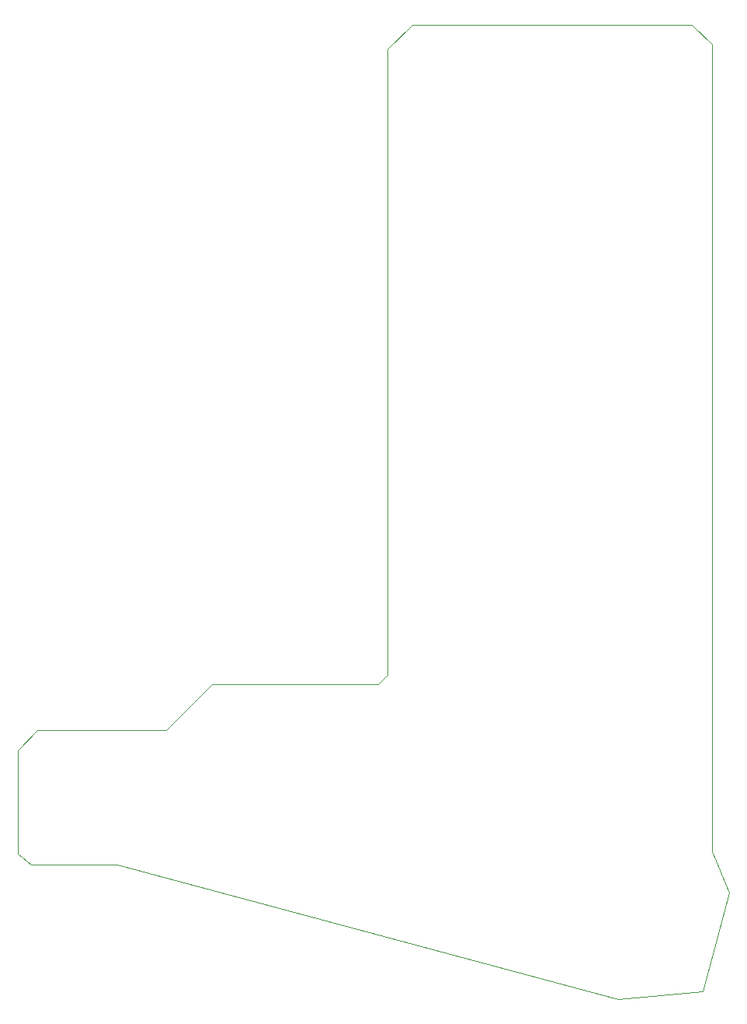
<source format=gbr>
G04 #@! TF.GenerationSoftware,KiCad,Pcbnew,(5.1.4)-1*
G04 #@! TF.CreationDate,2023-05-19T09:13:52-04:00*
G04 #@! TF.ProjectId,ThumbsUp,5468756d-6273-4557-902e-6b696361645f,rev?*
G04 #@! TF.SameCoordinates,Original*
G04 #@! TF.FileFunction,Profile,NP*
%FSLAX46Y46*%
G04 Gerber Fmt 4.6, Leading zero omitted, Abs format (unit mm)*
G04 Created by KiCad (PCBNEW (5.1.4)-1) date 2023-05-19 09:13:52*
%MOMM*%
%LPD*%
G04 APERTURE LIST*
%ADD10C,0.050000*%
G04 APERTURE END LIST*
D10*
X75800000Y-440600000D02*
X70800000Y-445600000D01*
X70800000Y-445600000D02*
X56700000Y-445600000D01*
X93900000Y-440600000D02*
X94900000Y-439600000D01*
X93900000Y-440600000D02*
X75800000Y-440600000D01*
X130314797Y-373110158D02*
X130314797Y-370910158D01*
X94932790Y-373662952D02*
X94932790Y-371462952D01*
X94932790Y-392712952D02*
X94932790Y-373662952D01*
X130314797Y-392160158D02*
X130314797Y-373110158D01*
X65232790Y-460212952D02*
X65432790Y-460212952D01*
X94932790Y-392712952D02*
X94900000Y-439600000D01*
X129254192Y-474050399D02*
X120032789Y-474912952D01*
X129254192Y-474050399D02*
X132132325Y-463288599D01*
X130313464Y-393918708D02*
X130314797Y-392160158D01*
X130339205Y-433490533D02*
X130327669Y-450500233D01*
X130334214Y-458838116D02*
X130321847Y-451519862D01*
X130334214Y-458838116D02*
X132132325Y-463288599D01*
X130314797Y-370910158D02*
X128132789Y-368762952D01*
X97632790Y-368762952D02*
X94932790Y-371462952D01*
X97632790Y-368762952D02*
X128132789Y-368762952D01*
X54632790Y-447800000D02*
X54632789Y-459012952D01*
X54632790Y-447800000D02*
X56700000Y-445600000D01*
X54632789Y-459012952D02*
X56032790Y-460212952D01*
X65232790Y-460212952D02*
X56032790Y-460212952D01*
X130313464Y-393918708D02*
X130339205Y-433490533D01*
X130321847Y-451519862D02*
X130327669Y-450500233D01*
X120032789Y-474912952D02*
X65432790Y-460212952D01*
M02*

</source>
